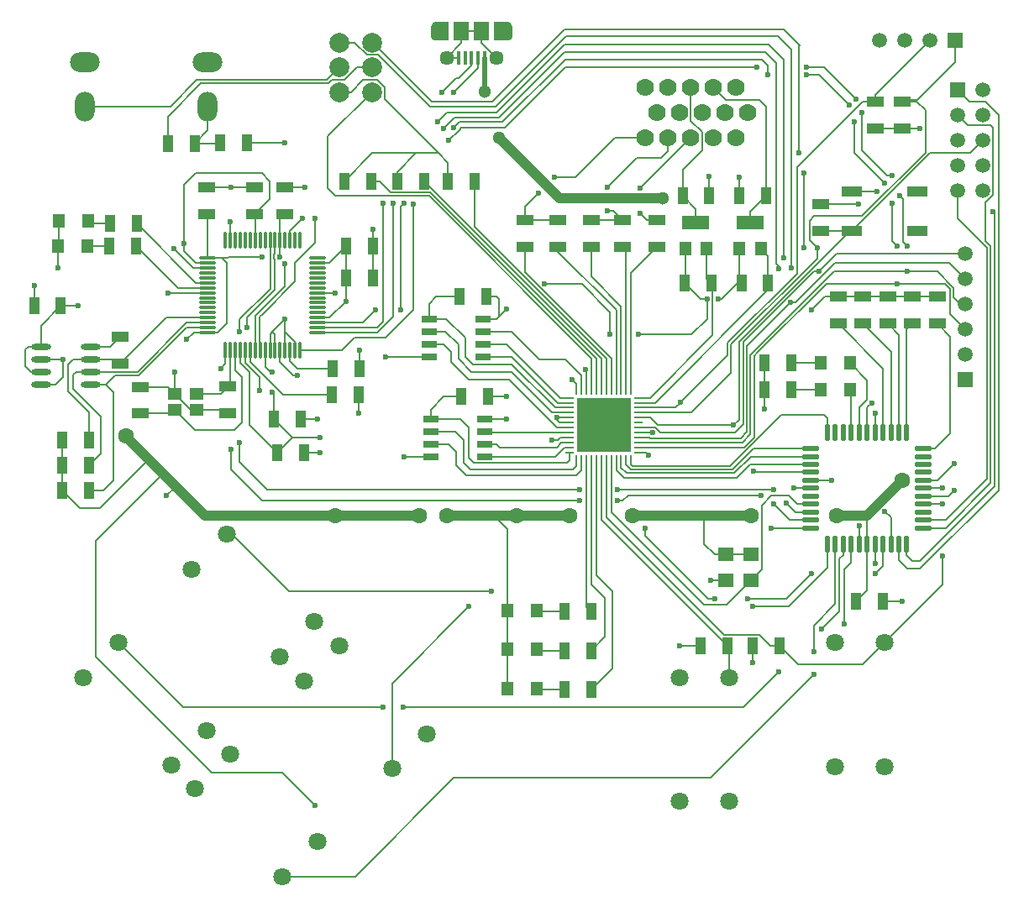
<source format=gtl>
G04*
G04 #@! TF.GenerationSoftware,Altium Limited,Altium Designer,18.1.7 (191)*
G04*
G04 Layer_Physical_Order=1*
G04 Layer_Color=255*
%FSLAX44Y44*%
%MOMM*%
G71*
G01*
G75*
%ADD12C,0.2000*%
%ADD18C,0.5000*%
%ADD19R,1.1000X1.7000*%
%ADD20R,1.7000X1.1000*%
%ADD21O,1.7500X0.5500*%
%ADD22O,0.5500X1.7500*%
%ADD23O,1.8000X0.3000*%
%ADD24O,0.3000X1.8000*%
%ADD25R,2.0000X1.0000*%
%ADD26O,2.0000X0.6000*%
%ADD27R,1.5000X1.4000*%
%ADD28R,1.5000X1.9000*%
%ADD29R,0.4000X1.3500*%
%ADD31R,5.4000X5.4000*%
%ADD32R,0.2200X0.8100*%
%ADD33R,0.8100X0.2200*%
%ADD34R,1.5250X0.6500*%
%ADD35R,2.8000X1.4000*%
%ADD36R,1.2000X1.4000*%
%ADD37R,1.4000X1.2000*%
%ADD70C,1.0000*%
%ADD71C,1.5240*%
%ADD72C,1.6000*%
%ADD73C,1.7780*%
%ADD74C,2.0000*%
%ADD75C,1.8000*%
%ADD76C,1.5000*%
%ADD77R,1.5000X1.5000*%
%ADD78C,1.4500*%
%ADD79O,2.0000X3.0000*%
%ADD80O,3.0000X2.0000*%
%ADD81R,1.5000X1.5000*%
%ADD82C,0.6000*%
%ADD83C,1.3000*%
G36*
X423740Y895460D02*
Y904460D01*
X418740D01*
X418740Y895460D01*
X423740D01*
D02*
G37*
G36*
X436740Y890460D02*
Y909460D01*
X423740D01*
Y890460D01*
X436740D01*
D02*
G37*
G36*
X482740Y909460D02*
Y890460D01*
X495740D01*
Y909460D01*
X482740D01*
D02*
G37*
G36*
X495740Y904460D02*
Y895460D01*
X500740D01*
X500740Y904460D01*
X495740D01*
D02*
G37*
D12*
X894500Y687880D02*
Y731100D01*
X891540Y734060D02*
X894500Y731100D01*
X883920Y688340D02*
Y726440D01*
Y688340D02*
X889000Y683260D01*
X617640Y432220D02*
X751249D01*
X612140Y426720D02*
X617640Y432220D01*
X607060Y426720D02*
X612140D01*
X729510Y508530D02*
Y587298D01*
X723900Y502920D02*
X729510Y508530D01*
X647728Y502920D02*
X723900D01*
X646222Y504420D02*
X646228D01*
X647728Y502920D01*
X640222Y510420D02*
X646222Y504420D01*
X627680Y510420D02*
X640222D01*
X644778Y500920D02*
X649909Y495789D01*
X725559D01*
X640222Y500920D02*
X644778D01*
X639722Y500420D02*
X640222Y500920D01*
X725559Y495789D02*
X734060Y504290D01*
Y586898D01*
X737560Y496540D02*
Y582620D01*
X741060Y493683D02*
Y573726D01*
X744560Y490560D02*
Y572277D01*
X730940Y489920D02*
X737560Y496540D01*
X732797Y485420D02*
X741060Y493683D01*
X734420Y480420D02*
X744560Y490560D01*
X729510Y587298D02*
X841033Y698820D01*
X734060Y586898D02*
X805022Y657860D01*
X772030Y513080D02*
X815340D01*
X720490Y461540D02*
X772030Y513080D01*
X161345Y534413D02*
X170310Y525448D01*
X176810Y518413D02*
X182810D01*
X170310Y524913D02*
X176810Y518413D01*
X170310Y524913D02*
Y525448D01*
X160810Y534413D02*
X161345D01*
X226060Y465893D02*
X253988Y437965D01*
X226060Y465893D02*
Y485140D01*
X599440Y594360D02*
Y616810D01*
X627680Y594360D02*
X681675D01*
X485352Y632248D02*
X487680Y629920D01*
Y612140D02*
Y629920D01*
X485323Y609783D02*
X487680Y612140D01*
X495153Y619613D01*
X471229Y609783D02*
X485323D01*
X607060Y437965D02*
X764540D01*
X600680Y415320D02*
Y468420D01*
X595680Y410160D02*
Y468420D01*
X600680Y415320D02*
X693840Y322160D01*
X595680Y410160D02*
X714640Y291200D01*
X745209Y455289D02*
X802020D01*
X744220Y456277D02*
X745209Y455289D01*
X727366Y449580D02*
X741075Y463288D01*
X874520Y360632D02*
Y382789D01*
X866948Y353060D02*
X874520Y360632D01*
X858520Y336080D02*
Y382789D01*
X777240Y327660D02*
X802640Y353060D01*
X737870Y327660D02*
X777240D01*
X698500D02*
X704884D01*
X716860Y322160D02*
X741480Y346780D01*
X693840Y322160D02*
X716860D01*
X694375Y382789D02*
Y411480D01*
Y382789D02*
X704884Y372280D01*
X751249Y432220D02*
X751840Y431629D01*
X787820Y655507D02*
Y762578D01*
X717932Y585619D02*
X787820Y655507D01*
X717932Y573152D02*
Y585619D01*
X627680Y520420D02*
X665200D01*
X758811Y639431D02*
Y645757D01*
X644800Y525420D02*
X758811Y639431D01*
X627680Y525420D02*
X644800D01*
X808228Y670966D02*
Y681359D01*
X721432Y584169D02*
X808228Y670966D01*
X721432Y555376D02*
Y584169D01*
X681475Y515420D02*
X721432Y555376D01*
X627680Y515420D02*
X681475D01*
X876500Y415630D02*
X882520Y409610D01*
Y382789D02*
Y409610D01*
X858520Y382789D02*
Y411480D01*
X800470Y689117D02*
X808228Y681359D01*
X787820Y762578D02*
X853942Y828700D01*
X800470Y709030D02*
X805180Y713740D01*
X800470Y689117D02*
Y709030D01*
X795020Y681640D02*
Y756920D01*
X853270Y713740D02*
X917220Y777690D01*
X805180Y713740D02*
X853270D01*
X977760Y828840D02*
X990860Y815740D01*
X949960Y711200D02*
X979480Y681680D01*
Y448620D02*
Y681680D01*
X938149Y407289D02*
X979480Y448620D01*
X977900Y688210D02*
X982980Y683130D01*
Y444500D02*
Y683130D01*
X937769Y399289D02*
X982980Y444500D01*
X985360Y717916D02*
X987100Y716176D01*
Y441000D02*
Y716176D01*
X911860Y365760D02*
X987100Y441000D01*
X850520Y382789D02*
Y401320D01*
X894500Y687880D02*
X899160Y683219D01*
X929378Y657860D02*
X945840Y641398D01*
X747181Y579801D02*
X825239Y657860D01*
X828040Y675640D02*
X957580D01*
X843300Y698820D02*
X921720Y777240D01*
X878840Y754380D02*
X883920D01*
X853440Y779780D02*
X878840Y754380D01*
X853440Y779780D02*
Y817880D01*
X853942Y828700D02*
X867091D01*
X845820Y777240D02*
X876300Y746760D01*
X845820Y777240D02*
Y808723D01*
X815340Y863600D02*
X847560Y831380D01*
X797560Y863600D02*
X815340D01*
X758811Y855980D02*
Y865492D01*
X752663Y871640D02*
X758811Y865492D01*
X401320Y618960D02*
Y725820D01*
X373410Y591049D02*
X401320Y618960D01*
X381000Y612270D02*
Y726440D01*
X342130Y591049D02*
X373410D01*
X329408Y578328D02*
X342130Y591049D01*
X286860Y578328D02*
X329408D01*
X889000Y645160D02*
X937129D01*
X817489D02*
X889000D01*
X937129D02*
X942340Y639949D01*
X748630Y576301D02*
X817489Y645160D01*
X826506Y666328D02*
X941492D01*
X786507Y626328D02*
X826506Y666328D01*
X781268Y626328D02*
X786507D01*
X941492Y666328D02*
X957580Y650240D01*
X810260Y657860D02*
X828040Y675640D01*
X789940Y777240D02*
Y885364D01*
X790488Y885912D01*
X774700Y901700D02*
X790488Y885912D01*
X810260Y855980D02*
X840740Y825500D01*
X797560Y855980D02*
X810260D01*
X767080Y665480D02*
Y868031D01*
X756271Y878840D02*
X767080Y868031D01*
X774700Y671570D02*
Y871220D01*
X759460Y886460D02*
X774700Y871220D01*
X554990Y895350D02*
X768350D01*
X483730Y824090D02*
X554990Y895350D01*
X417970Y824090D02*
X483730D01*
X782320Y661678D02*
Y881380D01*
X768350Y895350D02*
X782320Y881380D01*
X553720Y901700D02*
X774700D01*
X480860Y828840D02*
X553720Y901700D01*
X420195Y828840D02*
X480860D01*
X388620Y723537D02*
X391523Y726440D01*
X388620Y618960D02*
Y723537D01*
X350588Y606328D02*
X363220Y618960D01*
X304860Y606328D02*
X350588D01*
X365058Y596328D02*
X381000Y612270D01*
X304860Y596328D02*
X365058D01*
X322740Y733900D02*
X416850D01*
X378394Y737928D02*
X417772D01*
X367394Y748928D02*
X378394Y737928D01*
X767080Y665480D02*
X769620Y662940D01*
Y660400D02*
Y662940D01*
X811470Y698820D02*
X841033D01*
X737560Y582620D02*
X781268Y626328D01*
X805022Y657860D02*
X810260D01*
X304860Y601329D02*
X365109D01*
X370840Y607060D01*
Y726440D01*
X372088Y831392D02*
Y843778D01*
X841033Y698820D02*
X843300D01*
X786131Y415289D02*
X802020D01*
X777240Y424180D02*
X786131Y415289D01*
X780540Y407289D02*
X802020D01*
X764540Y423289D02*
X780540Y407289D01*
X788291Y423289D02*
X802020D01*
X779951Y431629D02*
X788291Y423289D01*
X761829Y431629D02*
X779951D01*
X752180Y421980D02*
X761829Y431629D01*
X752180Y357480D02*
Y421980D01*
X751840Y431374D02*
Y431629D01*
X217480Y458160D02*
Y478480D01*
Y458160D02*
X248920Y426720D01*
X741480Y346780D02*
X752180Y357480D01*
X151889Y611329D02*
X193860D01*
X105410Y564850D02*
X151889Y611329D01*
X281940Y666328D02*
X302260Y686648D01*
Y711200D01*
X360435Y888600D02*
X420195Y828840D01*
X441960Y838200D02*
X466240Y862480D01*
Y872960D01*
X365960Y876100D02*
X417970Y824090D01*
X354410Y876100D02*
X365960D01*
X359588Y888600D02*
X360435D01*
X770135Y280200D02*
X788715Y261620D01*
X847560Y325120D02*
X858520Y336080D01*
X876500Y283828D02*
X934720Y342048D01*
Y370840D01*
X915020Y423289D02*
X934720D01*
X835660Y302260D02*
Y357410D01*
X842520Y364270D01*
Y382789D01*
X834520Y372240D02*
Y382789D01*
X812800Y297180D02*
X830580Y314960D01*
Y368300D02*
X834520Y372240D01*
X830580Y314960D02*
Y368300D01*
X104062Y283589D02*
X169210Y218440D01*
X370840D01*
X391160D02*
X734060D01*
X769620Y254000D01*
X269345Y47845D02*
X342485D01*
X441960Y147320D01*
X701040D01*
X805180Y251460D01*
Y274320D02*
Y301050D01*
X826520Y322390D01*
Y382789D01*
X818520Y358780D02*
Y382789D01*
X779780Y320040D02*
X818520Y358780D01*
X379733Y156456D02*
Y242573D01*
X457200Y320040D01*
X743135D02*
X779780D01*
X482600Y411480D02*
X495990Y398090D01*
Y316277D02*
Y398090D01*
X762000Y399289D02*
X802020D01*
X858520Y411480D02*
X858520Y411480D01*
X541020Y487700D02*
X546887D01*
X549608Y490420D01*
X558680D01*
X473756Y495420D02*
X558680D01*
X160533Y439933D02*
X163073D01*
X152400Y431800D02*
X160533Y439933D01*
X241860Y714920D02*
Y715480D01*
Y689329D02*
Y714920D01*
X241300Y715480D02*
X256540Y730720D01*
Y748928D01*
X248548Y756920D02*
X256540Y748928D01*
X182032Y756920D02*
X248548D01*
X170180Y745068D02*
X182032Y756920D01*
X170180Y685800D02*
Y745068D01*
X291160Y474980D02*
X306900D01*
X279400Y490220D02*
X279625D01*
X264160Y474980D02*
X279400Y490220D01*
X236220Y502920D02*
X264160Y474980D01*
X287820Y509025D02*
X304700D01*
X279625Y490220D02*
X307340D01*
X260820Y509025D02*
X279625Y490220D01*
X260820Y509025D02*
Y534200D01*
X259080Y535940D02*
X260820Y534200D01*
X333210Y651329D02*
X333210Y651329D01*
Y683301D01*
X333210Y627850D02*
Y651329D01*
X316689Y611329D02*
X333210Y627850D01*
X304860Y611329D02*
X316689D01*
X316238Y666328D02*
X333210Y683301D01*
X85335Y419100D02*
X134620Y468385D01*
X65260Y419100D02*
X85335D01*
X47460Y436900D02*
X65260Y419100D01*
X259080Y597083D02*
X271780Y609783D01*
Y597083D02*
Y609783D01*
Y597083D02*
X271860Y597003D01*
X208280Y671329D02*
X214310D01*
X193860D02*
X208280D01*
X193860Y596328D02*
X204295D01*
X213280Y605313D01*
Y666328D01*
X208280Y671329D02*
X213280Y666328D01*
X257250Y556260D02*
X259080D01*
X251860Y561650D02*
X257250Y556260D01*
X251860Y561650D02*
Y578328D01*
X360210Y683301D02*
Y700418D01*
Y651329D02*
Y683301D01*
Y651329D02*
X360210Y651329D01*
X304860Y666328D02*
X316238D01*
X304860Y636328D02*
X322580D01*
X214310Y671329D02*
X215741Y672760D01*
X248920D01*
X266360Y688828D02*
X266860Y689329D01*
X266360Y672760D02*
Y688828D01*
X261860Y676038D02*
Y689329D01*
X260860Y675038D02*
X261860Y676038D01*
X260860Y670482D02*
Y675038D01*
Y670482D02*
X261860Y669482D01*
Y639508D02*
Y669482D01*
X281940Y647700D02*
Y666328D01*
X249340Y615100D02*
X281940Y647700D01*
X217660Y742480D02*
X217660Y742480D01*
X192450Y742480D02*
X217660D01*
X192450Y715480D02*
X193860Y714070D01*
Y671329D02*
Y714070D01*
X266860Y710560D02*
X271780Y715480D01*
X266860Y689329D02*
Y710560D01*
X271860Y742320D02*
X292100D01*
X217660Y742480D02*
X241300D01*
Y715480D02*
X241860Y714920D01*
Y578328D02*
Y612728D01*
X233751Y611399D02*
X261860Y639508D01*
X233751Y601329D02*
Y611399D01*
X226060Y609600D02*
X256860Y640400D01*
X226060Y597083D02*
Y609600D01*
X245960Y611878D02*
X249182Y615100D01*
X245960Y579229D02*
Y611878D01*
X241860Y612728D02*
X271860Y642728D01*
X256860Y640400D02*
Y689329D01*
X271860Y642728D02*
Y665480D01*
X249182Y615100D02*
X249340D01*
X245960Y579229D02*
X246860Y578328D01*
X802020Y447289D02*
X822711D01*
X784889Y439289D02*
X802020D01*
X741075Y463288D02*
X802020D01*
X613562Y449580D02*
X727366D01*
X605680Y457462D02*
X613562Y449580D01*
X605680Y457462D02*
Y468420D01*
X610680Y459660D02*
Y468420D01*
Y459660D02*
X615800Y454540D01*
X741680Y471288D02*
X802020D01*
X724932Y454540D02*
X741680Y471288D01*
X615800Y454540D02*
X724932D01*
X615680Y463210D02*
Y468420D01*
Y463210D02*
X620850Y458040D01*
X743789Y479288D02*
X802020D01*
X722540Y458040D02*
X743789Y479288D01*
X620850Y458040D02*
X722540D01*
X818520Y495789D02*
Y509900D01*
X815340Y513080D02*
X818520Y509900D01*
X622300Y461540D02*
X720490D01*
X620680Y463160D02*
X622300Y461540D01*
X620680Y463160D02*
Y468420D01*
X929300Y605200D02*
X942340Y592160D01*
Y494529D02*
Y592160D01*
X927100Y479288D02*
X942340Y494529D01*
X842520Y495789D02*
Y535771D01*
X635508Y475420D02*
X638489Y472440D01*
X627680Y475420D02*
X635508D01*
X627680Y480420D02*
X734420D01*
X627680Y485420D02*
X732797D01*
X326588Y888600D02*
X341910D01*
X354410Y876100D01*
X716280Y830580D02*
X750004D01*
X756494Y824090D01*
X703580Y843280D02*
X716280Y830580D01*
X802640Y618960D02*
X815880Y632200D01*
X829300D01*
X811470Y725820D02*
X850281D01*
X917220Y777690D02*
Y820140D01*
X908520Y828840D02*
X917220Y820140D01*
X894080Y828840D02*
X908520D01*
X747135Y579801D02*
X747181D01*
X741060Y573726D02*
X747135Y579801D01*
X748585Y576301D02*
X748630D01*
X744560Y572277D02*
X748585Y576301D01*
X952500Y624840D02*
X957580D01*
X945840Y631500D02*
X952500Y624840D01*
X945840Y631500D02*
Y641398D01*
X942340Y614680D02*
Y639949D01*
Y614680D02*
X957580Y599440D01*
X627680Y530420D02*
X639640D01*
X647700Y411480D02*
X649440Y413220D01*
X704884Y372280D02*
X716480D01*
X669200Y280200D02*
X691108D01*
X743135Y263075D02*
Y280200D01*
X472851Y509025D02*
X495385D01*
X940896Y431289D02*
X946670Y437063D01*
X476231Y531490D02*
X494740D01*
X915020Y431289D02*
X940896D01*
X561340Y548640D02*
X565680Y544300D01*
X894080Y801840D02*
X911720D01*
X565680Y537420D02*
Y544300D01*
X929889Y447289D02*
X946620Y464020D01*
X915020Y447289D02*
X929889D01*
X474609Y632248D02*
X485352D01*
X574995Y558800D02*
X575680Y558115D01*
Y537420D02*
Y558115D01*
X233751Y787400D02*
X271860D01*
X449740Y899960D02*
X469740D01*
Y888246D02*
Y899960D01*
Y888246D02*
X484740Y873245D01*
Y872960D02*
Y873245D01*
X449740Y887960D02*
Y899960D01*
X434740Y872960D02*
X449740Y887960D01*
X434740Y872960D02*
X446740D01*
X843300Y738820D02*
X868361D01*
X894080Y828840D02*
X895820Y830580D01*
X909320D01*
X947420Y868680D01*
Y891140D01*
X867091Y828700D02*
Y836211D01*
X922020Y891140D01*
X867091Y801700D02*
X893940D01*
X894080Y801840D01*
X904299Y632200D02*
X929300D01*
X879300D02*
X904299D01*
X854300D02*
X879300D01*
X829300D02*
X854300D01*
X548560Y505420D02*
X558680D01*
X570680Y537420D02*
Y553085D01*
X471229Y597083D02*
X500380D01*
X471229Y584383D02*
X495153D01*
X549115Y530420D01*
X558680D01*
X471229Y571683D02*
X500197D01*
X546460Y525420D01*
X558680D01*
X543840Y520420D02*
X558680D01*
X500380Y563880D02*
X543840Y520420D01*
X461043Y563880D02*
X500380D01*
X453240Y571683D02*
X461043Y563880D01*
X453240Y571683D02*
Y591049D01*
X434507Y609783D02*
X453240Y591049D01*
X416989Y609783D02*
X434507D01*
X558180Y515920D02*
X558680Y515420D01*
X540720Y515920D02*
X558180D01*
X499990Y556650D02*
X540720Y515920D01*
X459919Y556650D02*
X499990D01*
X446740Y569829D02*
X459919Y556650D01*
X446740Y569829D02*
Y583929D01*
X433586Y597083D02*
X446740Y583929D01*
X416989Y597083D02*
X433586D01*
X497840Y548640D02*
X546060Y500420D01*
X457200Y548640D02*
X497840D01*
X439420Y566420D02*
X457200Y548640D01*
X439420Y566420D02*
Y576763D01*
X431800Y584383D02*
X439420Y576763D01*
X416989Y584383D02*
X431800D01*
X373563Y571683D02*
X416989D01*
X391523Y470925D02*
X418611D01*
X424397Y632248D02*
X447609D01*
X416989Y624840D02*
X424397Y632248D01*
X416989Y609783D02*
Y624840D01*
X431800Y531490D02*
X449231D01*
X418611Y518301D02*
X431800Y531490D01*
X418611Y509025D02*
Y518301D01*
X472851Y496325D02*
X473756Y495420D01*
X550545Y485420D02*
X558680D01*
X545545Y480420D02*
X550545Y485420D01*
X488557Y480420D02*
X545545D01*
X485352Y483625D02*
X488557Y480420D01*
X472851Y483625D02*
X485352D01*
X553525Y480420D02*
X558680D01*
X544030Y470925D02*
X553525Y480420D01*
X472851Y470925D02*
X544030D01*
X462280Y464820D02*
X556260D01*
X457200Y469900D02*
X462280Y464820D01*
X457200Y469900D02*
Y500682D01*
X448857Y509025D02*
X457200Y500682D01*
X418611Y509025D02*
X448857D01*
X565680Y461540D02*
Y468420D01*
X562353Y458213D02*
X565680Y461540D01*
X458747Y458213D02*
X562353D01*
X452120Y464840D02*
X458747Y458213D01*
X452120Y464840D02*
Y487680D01*
X443475Y496325D02*
X452120Y487680D01*
X418611Y496325D02*
X443475D01*
X570680Y457120D02*
Y468420D01*
X565680Y452120D02*
X570680Y457120D01*
X454660Y452120D02*
X565680D01*
X444500Y462280D02*
X454660Y452120D01*
X444500Y462280D02*
Y476005D01*
X436880Y483625D02*
X444500Y476005D01*
X418611Y483625D02*
X436880D01*
X575680Y319555D02*
Y468420D01*
Y319555D02*
X580389Y314846D01*
X580680Y342500D02*
Y468420D01*
Y342500D02*
X594360Y328820D01*
Y289405D02*
Y328820D01*
X580389Y275434D02*
X594360Y289405D01*
X585680Y351580D02*
Y468420D01*
Y351580D02*
X601980Y335280D01*
Y257611D02*
Y335280D01*
X580389Y236020D02*
X601980Y257611D01*
X527420Y314846D02*
X553389D01*
X525990Y316277D02*
X527420Y314846D01*
X527420Y275434D02*
X553389D01*
X525990Y276863D02*
X527420Y275434D01*
Y236020D02*
X553389D01*
X525990Y237450D02*
X527420Y236020D01*
X495990Y237450D02*
Y276863D01*
Y316277D01*
X500380Y597083D02*
X528503Y568960D01*
X554805D01*
X570680Y553085D01*
X686045Y706750D02*
Y720400D01*
X672545Y733900D02*
X686045Y720400D01*
X740510Y706750D02*
Y717916D01*
X756494Y733900D01*
X751510Y680750D02*
X758811Y673449D01*
Y645757D02*
Y673449D01*
X729510Y648057D02*
Y680750D01*
Y648057D02*
X731810Y645757D01*
X697045Y650707D02*
Y680750D01*
Y650707D02*
X701995Y645757D01*
X675045Y645807D02*
Y680750D01*
X674995Y645757D02*
X675045Y645807D01*
X756494Y733900D02*
Y824090D01*
X672545Y733900D02*
Y760175D01*
X692190Y779820D01*
Y798428D01*
X680720Y809898D02*
X692190Y798428D01*
X680720Y809898D02*
Y843280D01*
X629920Y741680D02*
X680720Y792480D01*
X657860Y779158D02*
Y792480D01*
X604507D02*
X635000D01*
X699545Y733900D02*
Y753335D01*
X729494Y733900D02*
Y752821D01*
X605680Y537420D02*
Y618960D01*
X546887Y677753D02*
X605680Y618960D01*
X590680Y537420D02*
Y570177D01*
X411929Y748928D02*
X590680Y570177D01*
X585680Y537420D02*
Y570020D01*
X417772Y737928D02*
X585680Y570020D01*
X358530Y748928D02*
X367394D01*
X314960Y741680D02*
X322740Y733900D01*
X314960Y741680D02*
Y793972D01*
X359588Y838600D01*
X580680Y537420D02*
Y570070D01*
X558680Y467240D02*
Y475420D01*
X556260Y464820D02*
X558680Y467240D01*
X590680Y407628D02*
Y468420D01*
Y407628D02*
X718108Y280200D01*
X760671Y280200D02*
X770135D01*
X749671Y291200D02*
X760671Y280200D01*
X714640Y291200D02*
X749671D01*
X701040Y346780D02*
X716480D01*
Y372280D02*
X741480D01*
X719200Y248533D02*
Y279108D01*
X718108Y280200D02*
X719200Y279108D01*
X788715Y261620D02*
X854292D01*
X876500Y283828D01*
X858520Y495789D02*
Y520700D01*
X863240Y525420D01*
X866520Y495789D02*
Y514688D01*
X874520Y495789D02*
Y559980D01*
X829300Y605200D02*
X874520Y559980D01*
X882520Y495789D02*
Y576980D01*
X854300Y605200D02*
X882520Y576980D01*
X890520Y495789D02*
Y593980D01*
X879300Y605200D02*
X890520Y593980D01*
X898520Y495789D02*
Y599421D01*
X904299Y605200D01*
X915020Y479288D02*
X927100D01*
X921720Y777240D02*
X962660D01*
X975360Y789940D01*
X850520Y495789D02*
Y520478D01*
X858520Y528478D01*
Y548251D01*
X841470Y565301D02*
X858520Y548251D01*
X782120Y538302D02*
X811470D01*
X782120Y565301D02*
X811470D01*
X755120Y538302D02*
Y565301D01*
Y519534D02*
Y538302D01*
X180595Y787000D02*
X193439Y799844D01*
Y824090D01*
X180595Y787000D02*
X206351D01*
X206750Y787400D01*
X70439Y824090D02*
X156070D01*
X153595Y787000D02*
Y813995D01*
X319038Y851100D02*
X331766D01*
X344266Y863600D01*
X359588D01*
X156070Y824090D02*
X183080Y851100D01*
X314088D01*
X326588Y863600D01*
X153595Y813995D02*
X187200Y847600D01*
X315538D01*
X319038Y851100D01*
X326588Y838600D02*
X338220D01*
X436080Y748928D02*
Y767400D01*
X331530Y748928D02*
X359842Y777240D01*
X384929Y748928D02*
Y758309D01*
X403860Y777240D01*
X359842D02*
X403860D01*
X426240D01*
X338220Y838600D02*
X350720Y851100D01*
X364766D01*
X372088Y843778D01*
Y831392D02*
X426240Y777240D01*
X436080Y767400D01*
X182221Y646328D02*
X193860D01*
X122330Y706220D02*
X182221Y646328D01*
X163721Y641329D02*
X193860D01*
X121830Y683220D02*
X163721Y641329D01*
X72830Y683220D02*
X94830D01*
X72830Y683219D02*
X72830Y683220D01*
X76830Y706220D02*
X95330D01*
X73830Y709219D02*
X76830Y706220D01*
X43830Y684220D02*
Y709219D01*
X42830Y683219D02*
X43830Y684220D01*
X42830Y661678D02*
Y683219D01*
X25960Y582050D02*
Y603000D01*
X45960Y623000D01*
X63500D01*
X18960D02*
Y643800D01*
X25960Y569350D02*
X47870D01*
X15819Y556650D02*
X25960D01*
X10160Y562310D02*
X15819Y556650D01*
X10160Y562310D02*
Y579120D01*
X13090Y582050D01*
X25960D01*
Y543950D02*
X40640D01*
X47870Y551180D01*
Y569350D01*
X47460Y436900D02*
Y462300D01*
Y487700D01*
X74460D02*
Y515833D01*
X53340Y536953D02*
X74460Y515833D01*
X53340Y536953D02*
Y564350D01*
X58340Y569350D01*
X75960D01*
X61350Y556650D02*
X75960D01*
X58420Y553720D02*
X61350Y556650D01*
X58420Y539110D02*
Y553720D01*
Y539110D02*
X86360Y511170D01*
Y474200D02*
Y511170D01*
X74460Y462300D02*
X86360Y474200D01*
X74460Y436900D02*
X88880D01*
X99060Y447080D01*
Y535940D01*
X91050Y543950D02*
X99060Y535940D01*
X75960Y543950D02*
X91050D01*
X75960Y582050D02*
X95610D01*
X105410Y591850D01*
X100909Y569350D02*
X105410Y564850D01*
X75960Y569350D02*
X100909D01*
X75960Y556650D02*
X123042D01*
X172720Y606328D01*
X193860D01*
X172670Y601329D02*
X193860D01*
X124492Y553150D02*
X172670Y601329D01*
X100250Y553150D02*
X124492D01*
X91050Y543950D02*
X100250Y553150D01*
X179768Y596328D02*
X193860D01*
X172720Y589280D02*
X179768Y596328D01*
X125810Y541563D02*
X153660D01*
X160810Y534413D01*
X182810Y518413D02*
X210585D01*
X214310Y514688D01*
X182810Y534413D02*
X207034D01*
X214310Y541689D01*
X125810Y514563D02*
X156960D01*
X160810Y518413D01*
X214310Y541689D02*
X216860Y544239D01*
Y578328D01*
X221860Y557920D02*
Y578328D01*
X220980Y497840D02*
X228600Y505460D01*
X181383Y497840D02*
X220980D01*
X160810Y518413D02*
X181383Y497840D01*
X160810Y534413D02*
Y556260D01*
X211860Y565014D02*
Y578328D01*
X207034Y560188D02*
X211860Y565014D01*
X226860Y565620D02*
Y578328D01*
Y565620D02*
X236220Y556260D01*
X228600Y505460D02*
Y551180D01*
X221860Y557920D02*
X228600Y551180D01*
X236220Y502920D02*
Y556260D01*
X246380Y537420D02*
Y551050D01*
X231860Y565570D02*
Y578328D01*
Y565570D02*
X246380Y551050D01*
X236860Y566793D02*
X270253Y533400D01*
X319240D01*
X236860Y566793D02*
Y578328D01*
X256860D02*
Y594863D01*
X259080Y597083D01*
X261860Y578328D02*
Y594303D01*
X259080Y597083D02*
X261860Y594303D01*
X271860Y578328D02*
Y597003D01*
X281860Y578328D02*
Y587003D01*
X271860Y597003D02*
X281860Y587003D01*
X266860Y566260D02*
Y578328D01*
Y566260D02*
X279970Y553150D01*
X284480D02*
Y553720D01*
X279970Y553150D02*
X284480D01*
X276860Y567808D02*
Y578328D01*
Y567808D02*
X284480Y560188D01*
X319710D01*
X416850Y733900D02*
X580680Y570070D01*
X346240Y515033D02*
Y533400D01*
X346710Y560188D02*
Y578650D01*
X170180Y678180D02*
Y685800D01*
Y678180D02*
X182032Y666328D01*
X193860D01*
X179412Y661329D02*
X193860D01*
X160020Y680720D02*
X179412Y661329D01*
X153612Y636328D02*
X153660D01*
X193860D01*
X216860Y689329D02*
Y707860D01*
X276860Y689329D02*
Y698500D01*
X289560Y711200D01*
X915020Y439289D02*
X934589D01*
X874560Y325120D02*
X894080D01*
X949960Y815340D02*
X960120Y805180D01*
X915020Y407289D02*
X938149D01*
X949960Y711200D02*
Y739140D01*
X915020Y399289D02*
X937769D01*
X977900Y688210D02*
Y727538D01*
X985360Y734998D01*
X960120Y805180D02*
X982980D01*
X985360Y802800D01*
Y734998D02*
Y802800D01*
X898520Y371480D02*
Y382789D01*
Y371480D02*
X904240Y365760D01*
X911860D01*
X890520Y366780D02*
Y382789D01*
Y366780D02*
X899160Y358140D01*
X961860Y828840D02*
X977760D01*
X949960Y840740D02*
X961860Y828840D01*
X866520Y363600D02*
Y382789D01*
X447029Y852860D02*
X459740Y865571D01*
X444500Y852860D02*
X447029D01*
X459740Y865571D02*
Y872960D01*
X430240Y838600D02*
X444500Y852860D01*
X269240Y152400D02*
X302260Y119380D01*
X198120Y152400D02*
X269240D01*
X81280Y269240D02*
X198120Y152400D01*
X81280Y269240D02*
Y386593D01*
X148846Y454159D01*
X546100Y510420D02*
X558680D01*
X546100Y507880D02*
X548560Y505420D01*
X546100Y507880D02*
Y510420D01*
X546060Y500420D02*
X558680D01*
X253988Y437965D02*
X568960D01*
X248920Y426720D02*
X568960D01*
X627680Y500420D02*
X639722D01*
X627680Y490420D02*
X639722D01*
X640222Y489920D01*
X730940D01*
X627680Y495420D02*
X642500D01*
X665200Y520420D02*
X670140Y525360D01*
Y525780D01*
X670560D02*
X717932Y573152D01*
X670140Y525780D02*
X670560D01*
X635000Y391160D02*
Y398780D01*
Y391160D02*
X698500Y327660D01*
X275740Y335109D02*
X480130D01*
X213167Y392944D02*
X217905D01*
X275740Y335109D01*
X899160Y358140D02*
X911860D01*
X990860Y437140D01*
Y815740D01*
X595680Y537420D02*
Y570180D01*
X600680Y537420D02*
Y570260D01*
X531135Y639660D02*
X531280D01*
X600680Y570260D01*
X529685Y636160D02*
X529700D01*
X595680Y570180D01*
X571090Y645160D02*
X599440Y616810D01*
X533413Y645160D02*
X571090D01*
X681675Y594360D02*
X697370Y610055D01*
Y629920D01*
X701995Y645757D02*
X702870Y644882D01*
Y593650D02*
Y644882D01*
X639640Y530420D02*
X702870Y593650D01*
X708660Y629920D02*
X711833D01*
X727670Y645757D01*
X731810D01*
X674995Y645757D02*
X690832Y629920D01*
X697370D01*
X553720Y886460D02*
X759460D01*
X425439Y808723D02*
X434596Y817880D01*
X485140D01*
X553720Y886460D01*
X487680Y812800D02*
X553720Y878840D01*
X756271D01*
X491223Y808723D02*
X554140Y871640D01*
X752663D01*
X442568Y812800D02*
X487680D01*
X431800Y802032D02*
X442568Y812800D01*
X441960Y802640D02*
X448043Y808723D01*
X491223D01*
X447460Y800362D02*
Y800520D01*
X449580Y802640D01*
X436880Y789940D02*
X437038D01*
X447460Y800362D01*
X449580Y802640D02*
X493230D01*
X554190Y863600D01*
X747845D01*
X825239Y657860D02*
X929378D01*
X546887Y677753D02*
Y682460D01*
X513550Y657245D02*
Y682460D01*
Y657245D02*
X531135Y639660D01*
X580225Y652755D02*
Y682460D01*
Y652755D02*
X610680Y622300D01*
Y537420D02*
Y622300D01*
X613562Y682460D02*
X615680Y680342D01*
X620680Y537420D02*
Y656240D01*
X646900Y682460D01*
X615680Y537420D02*
Y680342D01*
X513550Y709460D02*
X546887D01*
X580225D02*
X612140D01*
X463080Y702765D02*
X529685Y636160D01*
X463080Y702765D02*
Y748928D01*
X513550Y709460D02*
Y723158D01*
X543213Y752821D02*
X564848D01*
X604507Y792480D01*
X513550Y723158D02*
X526992Y736600D01*
X636740Y709460D02*
X646900D01*
X629920Y716280D02*
X636740Y709460D01*
X602780Y718820D02*
X612140Y709460D01*
X596900Y718820D02*
X602780D01*
X596900Y742480D02*
X626580Y772160D01*
X650862D01*
X657860Y779158D01*
D18*
X498240Y895460D02*
X497319Y897399D01*
X495234Y897908D01*
X493522Y896613D01*
X493463Y894428D01*
X495146Y893031D01*
X497284Y893493D01*
X498240Y895460D01*
X426240Y895460D02*
X425014Y897611D01*
X426238Y895350D02*
X426240Y895460D01*
X425014Y897611D02*
X424740Y897751D01*
Y893169D02*
X426238Y895350D01*
X424740Y897751D02*
X422371Y897552D01*
X421240Y895460D01*
X422371Y893368D01*
X424740Y893169D01*
X426240Y904460D02*
X425421Y906310D01*
X422877Y906806D01*
X421260Y904780D01*
X422309Y902410D01*
X424896Y902243D01*
X426240Y904460D01*
X498240Y904460D02*
X496752Y906746D01*
X494059Y906310D01*
X493272Y904060D01*
X494728Y902174D01*
X497104Y902365D01*
X498240Y904460D01*
X472740Y839310D02*
Y872960D01*
D19*
X756494Y733900D02*
D03*
X729494D02*
D03*
X264160Y474980D02*
D03*
X291160D02*
D03*
X260820Y509025D02*
D03*
X287820D02*
D03*
X95330Y706220D02*
D03*
X122330D02*
D03*
X770135Y280200D02*
D03*
X743135D02*
D03*
X718108Y280200D02*
D03*
X691108D02*
D03*
X45960Y623000D02*
D03*
X18960D02*
D03*
X206750Y787400D02*
D03*
X233751D02*
D03*
X874560Y325120D02*
D03*
X847560D02*
D03*
X319710Y560188D02*
D03*
X346710D02*
D03*
X94830Y683220D02*
D03*
X121830D02*
D03*
X346240Y533400D02*
D03*
X319240D02*
D03*
X74460Y487700D02*
D03*
X47460D02*
D03*
X74460Y462300D02*
D03*
X47460D02*
D03*
X74460Y436900D02*
D03*
X47460D02*
D03*
X782120Y565301D02*
D03*
X755120D02*
D03*
X153595Y787000D02*
D03*
X180595D02*
D03*
X782120Y538302D02*
D03*
X755120D02*
D03*
X580389Y314846D02*
D03*
X553389D02*
D03*
X553389Y275434D02*
D03*
X580389D02*
D03*
X699545Y733900D02*
D03*
X672545D02*
D03*
X476231Y531490D02*
D03*
X449231D02*
D03*
X474609Y632248D02*
D03*
X447609D02*
D03*
X674995Y645757D02*
D03*
X701995D02*
D03*
X731810Y645757D02*
D03*
X758811D02*
D03*
X580389Y236020D02*
D03*
X553389D02*
D03*
X463080Y748928D02*
D03*
X436080D02*
D03*
X411929D02*
D03*
X384929D02*
D03*
X358530Y748928D02*
D03*
X331530D02*
D03*
X360210Y683301D02*
D03*
X333210D02*
D03*
X333210Y651329D02*
D03*
X360210D02*
D03*
D20*
X646900Y682460D02*
D03*
Y709460D02*
D03*
X192450Y715480D02*
D03*
Y742480D02*
D03*
X271780Y715480D02*
D03*
Y742480D02*
D03*
X241300Y715480D02*
D03*
Y742480D02*
D03*
X105410Y591850D02*
D03*
Y564850D02*
D03*
X811470Y698820D02*
D03*
Y725820D02*
D03*
X612140Y709460D02*
D03*
Y682460D02*
D03*
X580225Y709460D02*
D03*
Y682460D02*
D03*
X546887Y709460D02*
D03*
Y682460D02*
D03*
X513550Y709460D02*
D03*
Y682460D02*
D03*
X894080Y801840D02*
D03*
Y828840D02*
D03*
X867091Y801700D02*
D03*
Y828700D02*
D03*
X829300Y632200D02*
D03*
Y605200D02*
D03*
X854300Y632200D02*
D03*
Y605200D02*
D03*
X879300Y632200D02*
D03*
Y605200D02*
D03*
X904299Y632200D02*
D03*
Y605200D02*
D03*
X929300Y632200D02*
D03*
Y605200D02*
D03*
X214310Y514688D02*
D03*
Y541689D02*
D03*
X125810Y514563D02*
D03*
Y541563D02*
D03*
D21*
X915020Y479288D02*
D03*
Y471288D02*
D03*
Y447289D02*
D03*
Y439289D02*
D03*
Y463288D02*
D03*
Y455289D02*
D03*
Y431289D02*
D03*
Y407289D02*
D03*
Y399289D02*
D03*
Y423289D02*
D03*
Y415289D02*
D03*
X802020Y479288D02*
D03*
Y471288D02*
D03*
Y463288D02*
D03*
Y439289D02*
D03*
Y431289D02*
D03*
Y455289D02*
D03*
Y447289D02*
D03*
Y423289D02*
D03*
Y407289D02*
D03*
Y399289D02*
D03*
Y415289D02*
D03*
D22*
X890520Y495789D02*
D03*
X898520D02*
D03*
X874520D02*
D03*
X882520D02*
D03*
X858520D02*
D03*
X866520D02*
D03*
X842520D02*
D03*
X850520D02*
D03*
X866520Y382789D02*
D03*
X874520D02*
D03*
X850520D02*
D03*
X858520D02*
D03*
X890520D02*
D03*
X898520D02*
D03*
X882520D02*
D03*
X826520Y495789D02*
D03*
X834520D02*
D03*
X818520D02*
D03*
Y382789D02*
D03*
X826520D02*
D03*
X834520D02*
D03*
X842520D02*
D03*
D23*
X193860Y596328D02*
D03*
Y601329D02*
D03*
Y606328D02*
D03*
Y611329D02*
D03*
Y616328D02*
D03*
Y621329D02*
D03*
Y626328D02*
D03*
Y631329D02*
D03*
Y636328D02*
D03*
Y641329D02*
D03*
Y646328D02*
D03*
Y651329D02*
D03*
Y656328D02*
D03*
Y661329D02*
D03*
Y666328D02*
D03*
Y671329D02*
D03*
X304860D02*
D03*
Y666328D02*
D03*
Y661329D02*
D03*
Y656328D02*
D03*
Y651329D02*
D03*
Y646328D02*
D03*
Y641329D02*
D03*
Y636328D02*
D03*
Y631329D02*
D03*
Y626328D02*
D03*
Y621329D02*
D03*
Y616328D02*
D03*
Y611329D02*
D03*
Y606328D02*
D03*
Y601329D02*
D03*
Y596328D02*
D03*
D24*
X211860Y689329D02*
D03*
X216860D02*
D03*
X221860D02*
D03*
X226860D02*
D03*
X231860D02*
D03*
X236860D02*
D03*
X241860D02*
D03*
X246860D02*
D03*
X251860D02*
D03*
X256860D02*
D03*
X261860D02*
D03*
X266860D02*
D03*
X271860D02*
D03*
X276860D02*
D03*
X281860D02*
D03*
X286860D02*
D03*
Y578328D02*
D03*
X281860D02*
D03*
X276860D02*
D03*
X271860D02*
D03*
X266860D02*
D03*
X261860D02*
D03*
X256860D02*
D03*
X251860D02*
D03*
X246860D02*
D03*
X241860D02*
D03*
X236860D02*
D03*
X231860D02*
D03*
X226860D02*
D03*
X221860D02*
D03*
X216860D02*
D03*
X211860D02*
D03*
D25*
X909300Y738820D02*
D03*
Y698820D02*
D03*
X843300D02*
D03*
Y738820D02*
D03*
D26*
X75960Y543950D02*
D03*
Y556650D02*
D03*
Y569350D02*
D03*
Y582050D02*
D03*
X25960Y543950D02*
D03*
Y556650D02*
D03*
Y569350D02*
D03*
Y582050D02*
D03*
D27*
X741480Y346780D02*
D03*
X716480D02*
D03*
X741480Y372280D02*
D03*
X716480D02*
D03*
D28*
X469740Y899960D02*
D03*
X449740D02*
D03*
D29*
X472740Y872960D02*
D03*
X453240D02*
D03*
X459740D02*
D03*
X446740D02*
D03*
X466240D02*
D03*
D31*
X593180Y502920D02*
D03*
D32*
X620680Y468420D02*
D03*
X615680D02*
D03*
X610680D02*
D03*
X605680D02*
D03*
X600680D02*
D03*
X595680D02*
D03*
X590680D02*
D03*
X585680D02*
D03*
X580680D02*
D03*
X575680D02*
D03*
X570680D02*
D03*
X565680D02*
D03*
Y537420D02*
D03*
X570680D02*
D03*
X575680D02*
D03*
X580680D02*
D03*
X585680D02*
D03*
X590680D02*
D03*
X595680D02*
D03*
X600680D02*
D03*
X605680D02*
D03*
X610680D02*
D03*
X615680D02*
D03*
X620680D02*
D03*
D33*
X558680Y475420D02*
D03*
Y480420D02*
D03*
Y485420D02*
D03*
Y490420D02*
D03*
Y495420D02*
D03*
Y500420D02*
D03*
Y505420D02*
D03*
Y510420D02*
D03*
Y515420D02*
D03*
Y520420D02*
D03*
Y525420D02*
D03*
Y530420D02*
D03*
X627680D02*
D03*
Y525420D02*
D03*
Y520420D02*
D03*
Y515420D02*
D03*
Y510420D02*
D03*
Y505420D02*
D03*
Y500420D02*
D03*
Y495420D02*
D03*
Y490420D02*
D03*
Y485420D02*
D03*
Y480420D02*
D03*
Y475420D02*
D03*
D34*
X418611Y509025D02*
D03*
Y496325D02*
D03*
Y483625D02*
D03*
Y470925D02*
D03*
X472851D02*
D03*
Y483625D02*
D03*
Y496325D02*
D03*
Y509025D02*
D03*
X416989Y609783D02*
D03*
Y597083D02*
D03*
Y584383D02*
D03*
Y571683D02*
D03*
X471229D02*
D03*
Y584383D02*
D03*
Y597083D02*
D03*
Y609783D02*
D03*
D35*
X740510Y706750D02*
D03*
X686045D02*
D03*
D36*
X43830Y709219D02*
D03*
X73830D02*
D03*
X42830Y683219D02*
D03*
X72830D02*
D03*
X841470Y565301D02*
D03*
X811470D02*
D03*
X841470Y538302D02*
D03*
X811470D02*
D03*
X525990Y316277D02*
D03*
X495990D02*
D03*
X525990Y276863D02*
D03*
X495990D02*
D03*
Y237450D02*
D03*
X525990D02*
D03*
X751510Y680750D02*
D03*
X729510D02*
D03*
X697045D02*
D03*
X675045D02*
D03*
D37*
X182810Y518413D02*
D03*
X160810D02*
D03*
Y534413D02*
D03*
X182810D02*
D03*
D70*
X694375Y411480D02*
X741680D01*
X858520D02*
X894080Y447040D01*
X163073Y439933D02*
X191525Y411480D01*
X322580D02*
X406860D01*
X191525D02*
X322580D01*
X111760Y491245D02*
X134620Y468385D01*
X828040Y411480D02*
X858520D01*
X647700D02*
X694375D01*
X622300D02*
X647700D01*
X505460D02*
X558800D01*
X482600D02*
X505460D01*
X434740D02*
X482600D01*
X134620Y468385D02*
X148846Y454159D01*
X163073Y439933D01*
X548640Y731520D02*
X652780D01*
X487680Y792480D02*
X548640Y731520D01*
D71*
X593950Y501170D02*
D03*
D72*
X322580Y411480D02*
D03*
X111760Y492010D02*
D03*
X894080Y447040D02*
D03*
X828040Y411480D02*
D03*
X741680D02*
D03*
X622300D02*
D03*
X505460D02*
D03*
X558800D02*
D03*
X434740D02*
D03*
X406860D02*
D03*
D73*
X703580Y843280D02*
D03*
X726440D02*
D03*
X669290Y817880D02*
D03*
X726440Y792480D02*
D03*
X680720D02*
D03*
Y843280D02*
D03*
X715010Y817880D02*
D03*
X703580Y792480D02*
D03*
X692150Y817880D02*
D03*
X646430D02*
D03*
X737870D02*
D03*
X657860Y843280D02*
D03*
X635000D02*
D03*
X657860Y792480D02*
D03*
X635000D02*
D03*
D74*
X326588Y888600D02*
D03*
Y863600D02*
D03*
X359588Y888600D02*
D03*
Y863600D02*
D03*
X326588Y838600D02*
D03*
X359588D02*
D03*
D75*
X301555Y304555D02*
D03*
X266200Y269200D02*
D03*
X213167Y392944D02*
D03*
X177812Y357588D02*
D03*
X415088Y191812D02*
D03*
X379733Y156456D02*
D03*
X326700Y280200D02*
D03*
X291345Y244845D02*
D03*
X304700Y83200D02*
D03*
X269345Y47845D02*
D03*
X216311Y171588D02*
D03*
X180956Y136233D02*
D03*
X192450Y195200D02*
D03*
X157094Y159845D02*
D03*
X104062Y283589D02*
D03*
X68706Y248233D02*
D03*
X719200Y248533D02*
D03*
Y123533D02*
D03*
X669200D02*
D03*
Y248533D02*
D03*
X876500Y283828D02*
D03*
Y158828D02*
D03*
X826500D02*
D03*
Y283828D02*
D03*
D76*
X975360Y739140D02*
D03*
Y789940D02*
D03*
Y764540D02*
D03*
X949960Y739140D02*
D03*
Y789940D02*
D03*
Y764540D02*
D03*
X975360Y815340D02*
D03*
Y840740D02*
D03*
X949960Y815340D02*
D03*
X957580Y574040D02*
D03*
Y599440D02*
D03*
Y624840D02*
D03*
Y650240D02*
D03*
Y675640D02*
D03*
X922020Y891140D02*
D03*
X896620D02*
D03*
X871220D02*
D03*
D77*
X949960Y840740D02*
D03*
X957580Y548640D02*
D03*
D78*
X484740Y872960D02*
D03*
X434740D02*
D03*
D79*
X193439Y824090D02*
D03*
X70439Y824090D02*
D03*
D80*
X193439Y869050D02*
D03*
X70439Y869050D02*
D03*
D81*
X947420Y891140D02*
D03*
D82*
X891540Y734060D02*
D03*
X883920Y726440D02*
D03*
X723900Y502920D02*
D03*
X599440Y594360D02*
D03*
X627680D02*
D03*
X495153Y619613D02*
D03*
X574995Y485140D02*
D03*
X609600D02*
D03*
Y520700D02*
D03*
X574995D02*
D03*
X607060Y437965D02*
D03*
Y426720D02*
D03*
X764540Y437965D02*
D03*
X744220Y456277D02*
D03*
X866948Y353060D02*
D03*
X802640D02*
D03*
X737870Y327660D02*
D03*
X704884D02*
D03*
X876500Y415630D02*
D03*
X808228Y681359D02*
D03*
X795020Y756920D02*
D03*
Y681640D02*
D03*
X850520Y401320D02*
D03*
X899160Y657860D02*
D03*
Y683219D02*
D03*
X883920Y754380D02*
D03*
X853440Y817880D02*
D03*
X845820Y808723D02*
D03*
X847560Y831380D02*
D03*
X797560Y863600D02*
D03*
X747845D02*
D03*
X436880Y789940D02*
D03*
X401320Y725820D02*
D03*
X889000Y645160D02*
D03*
Y683260D02*
D03*
X876300Y746760D02*
D03*
X789940Y777240D02*
D03*
X840740Y825500D02*
D03*
X797560Y855980D02*
D03*
X758811D02*
D03*
X431800Y802032D02*
D03*
X425439Y808723D02*
D03*
X391523Y726440D02*
D03*
X388620Y618960D02*
D03*
X363220D02*
D03*
X381000Y726440D02*
D03*
X769620Y660400D02*
D03*
X781268Y626328D02*
D03*
X370840Y726440D02*
D03*
X774700Y671570D02*
D03*
X810260Y657860D02*
D03*
X764540Y423289D02*
D03*
X777240Y424180D02*
D03*
X751840Y431629D02*
D03*
X217480Y478480D02*
D03*
X226060Y485140D02*
D03*
X302260Y711200D02*
D03*
X430240Y838600D02*
D03*
X441960Y838200D02*
D03*
X934720Y370840D02*
D03*
Y423289D02*
D03*
X835660Y302260D02*
D03*
X370840Y218440D02*
D03*
X391160D02*
D03*
X769620Y254000D02*
D03*
X812800Y297180D02*
D03*
X805180Y251460D02*
D03*
Y274320D02*
D03*
X457200Y320040D02*
D03*
X743135D02*
D03*
X762000Y399289D02*
D03*
X541020Y487700D02*
D03*
X152400Y431800D02*
D03*
X306900Y474980D02*
D03*
X304700Y509025D02*
D03*
X307340Y490220D02*
D03*
X259080Y535940D02*
D03*
X333210Y627850D02*
D03*
X271780Y609783D02*
D03*
X259080Y556260D02*
D03*
X360210Y700418D02*
D03*
X322580Y636328D02*
D03*
X248920Y672760D02*
D03*
X266360D02*
D03*
X292100Y742320D02*
D03*
X217660Y742480D02*
D03*
X233751Y601329D02*
D03*
X226060Y597083D02*
D03*
X271860Y665480D02*
D03*
X822711Y447289D02*
D03*
X784889Y439289D02*
D03*
X638489Y472440D02*
D03*
X782320Y661678D02*
D03*
X802640Y618960D02*
D03*
X850281Y725820D02*
D03*
X669200Y280200D02*
D03*
X743135Y263075D02*
D03*
X495385Y509025D02*
D03*
X494740Y531490D02*
D03*
X946670Y437063D02*
D03*
X561340Y548640D02*
D03*
X911720Y801840D02*
D03*
X946620Y464020D02*
D03*
X574995Y558800D02*
D03*
X271860Y787400D02*
D03*
X868361Y738820D02*
D03*
X373563Y571683D02*
D03*
X391523Y470925D02*
D03*
X699545Y753335D02*
D03*
X729494Y752821D02*
D03*
X701040Y346780D02*
D03*
X863240Y525420D02*
D03*
X866520Y514688D02*
D03*
X755120Y519534D02*
D03*
X42830Y661678D02*
D03*
X63500Y623000D02*
D03*
X18960Y643800D02*
D03*
X47870Y569350D02*
D03*
X172720Y589280D02*
D03*
X160810Y556260D02*
D03*
X207034Y560188D02*
D03*
X246380Y537420D02*
D03*
X284480Y553150D02*
D03*
X346240Y515033D02*
D03*
X346710Y578650D02*
D03*
X170180Y685800D02*
D03*
X160020Y680720D02*
D03*
X153660Y636328D02*
D03*
X216860Y707860D02*
D03*
X289560Y711200D02*
D03*
X934589Y439289D02*
D03*
X894080Y325120D02*
D03*
X866520Y363600D02*
D03*
X985360Y717916D02*
D03*
X302260Y119380D02*
D03*
X546100Y510420D02*
D03*
X568960Y437965D02*
D03*
Y426720D02*
D03*
X642500Y495420D02*
D03*
X670140Y525780D02*
D03*
X635000Y398780D02*
D03*
X480130Y335109D02*
D03*
X533413Y645160D02*
D03*
X697370Y629920D02*
D03*
X708660D02*
D03*
X441960Y802640D02*
D03*
X543213Y752821D02*
D03*
X526992Y736600D02*
D03*
X629920Y716280D02*
D03*
Y741680D02*
D03*
X596900Y718820D02*
D03*
Y742480D02*
D03*
D83*
X472740Y839310D02*
D03*
X487680Y792480D02*
D03*
X652780Y731520D02*
D03*
M02*

</source>
